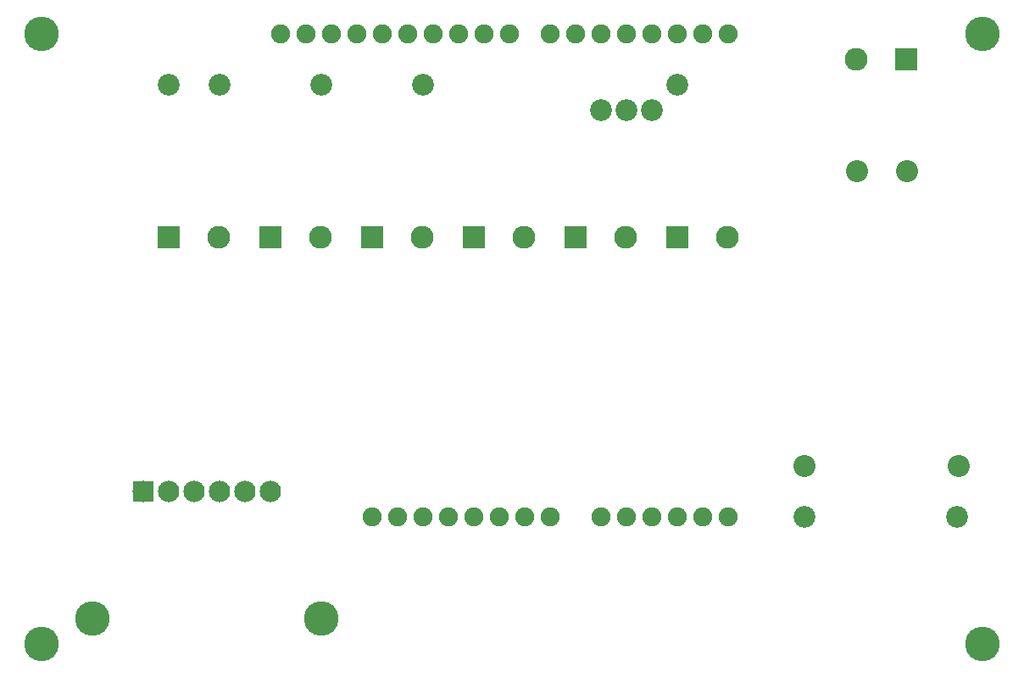
<source format=gts>
G04 MADE WITH FRITZING*
G04 WWW.FRITZING.ORG*
G04 DOUBLE SIDED*
G04 HOLES PLATED*
G04 CONTOUR ON CENTER OF CONTOUR VECTOR*
%ASAXBY*%
%FSLAX23Y23*%
%MOIN*%
%OFA0B0*%
%SFA1.0B1.0*%
%ADD10C,0.087000*%
%ADD11C,0.084000*%
%ADD12C,0.075278*%
%ADD13C,0.090000*%
%ADD14C,0.085433*%
%ADD15C,0.135984*%
%ADD16R,0.084000X0.084000*%
%ADD17R,0.090000X0.090000*%
%LNMASK1*%
G90*
G70*
G54D10*
X3311Y1969D03*
X3508Y1969D03*
X3712Y812D03*
X3106Y812D03*
G54D11*
X506Y712D03*
X606Y712D03*
X706Y712D03*
X806Y712D03*
X906Y712D03*
X1006Y712D03*
G54D12*
X2405Y612D03*
X2505Y612D03*
X2605Y612D03*
X2705Y612D03*
X2805Y612D03*
X1945Y2512D03*
X1845Y2512D03*
X1745Y2512D03*
X1645Y2512D03*
X1545Y2512D03*
X1445Y2512D03*
X1345Y2512D03*
X1245Y2512D03*
X1145Y2512D03*
X1045Y2512D03*
X2805Y2512D03*
X2705Y2512D03*
X2605Y2512D03*
X2505Y2512D03*
X2405Y2512D03*
X2305Y2512D03*
X2205Y2512D03*
X2105Y2512D03*
X1505Y612D03*
X1405Y612D03*
X1605Y612D03*
X1705Y612D03*
X1805Y612D03*
X1905Y612D03*
X2005Y612D03*
X2105Y612D03*
X2305Y612D03*
G54D13*
X1806Y1712D03*
X2003Y1712D03*
X1406Y1712D03*
X1603Y1712D03*
X2206Y1712D03*
X2403Y1712D03*
X2606Y1712D03*
X2803Y1712D03*
X1006Y1712D03*
X1203Y1712D03*
X606Y1712D03*
X803Y1712D03*
X3506Y2412D03*
X3309Y2412D03*
G54D14*
X2306Y2212D03*
X1206Y2312D03*
X806Y2312D03*
X606Y2312D03*
X2606Y2312D03*
X2506Y2212D03*
X2406Y2212D03*
X1606Y2312D03*
X3706Y612D03*
X3106Y612D03*
G54D15*
X306Y212D03*
X1206Y212D03*
X106Y112D03*
X106Y2512D03*
X3806Y112D03*
X3806Y2512D03*
G54D16*
X506Y712D03*
G54D17*
X1806Y1712D03*
X1406Y1712D03*
X2206Y1712D03*
X2606Y1712D03*
X1006Y1712D03*
X606Y1712D03*
X3506Y2412D03*
G04 End of Mask1*
M02*
</source>
